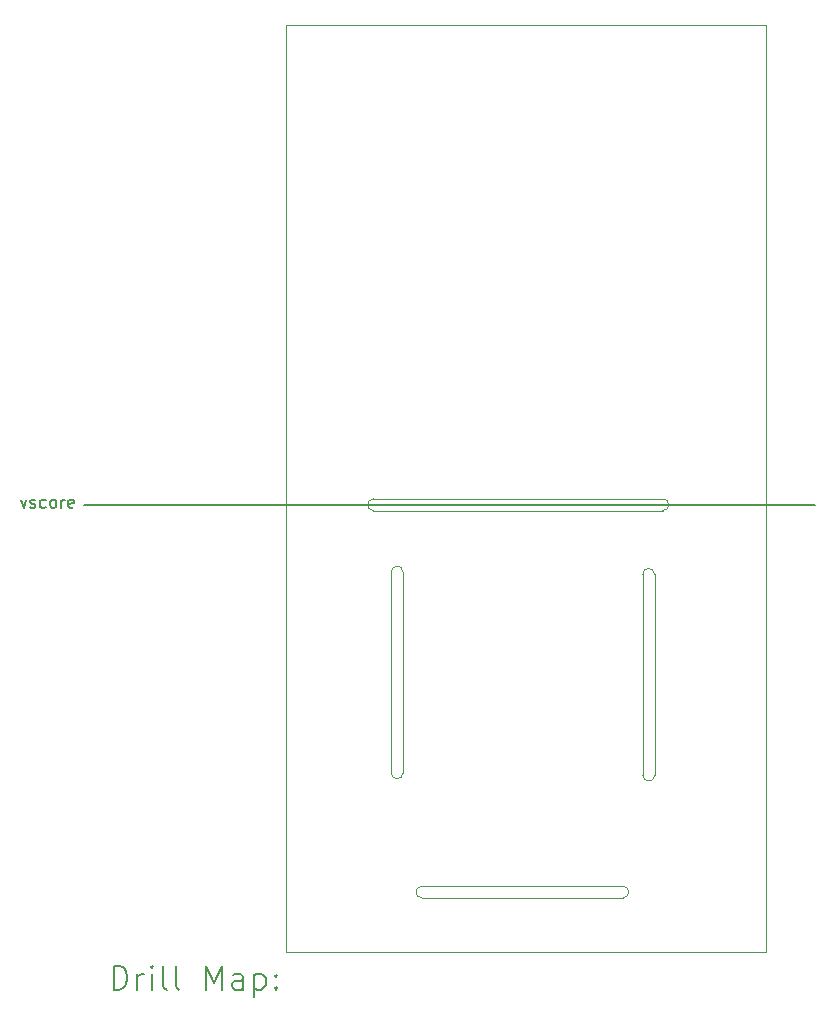
<source format=gbr>
%FSLAX45Y45*%
G04 Gerber Fmt 4.5, Leading zero omitted, Abs format (unit mm)*
G04 Created by KiCad (PCBNEW (6.0.5)) date 2022-06-13 12:49:53*
%MOMM*%
%LPD*%
G01*
G04 APERTURE LIST*
%TA.AperFunction,Profile*%
%ADD10C,0.100000*%
%TD*%
%ADD11C,0.150000*%
%TA.AperFunction,Profile*%
%ADD12C,0.150000*%
%TD*%
%ADD13C,0.200000*%
G04 APERTURE END LIST*
D10*
X11260000Y-12460000D02*
G75*
G03*
X11260000Y-12360000I0J50000D01*
G01*
X9560000Y-12360000D02*
G75*
G03*
X9560000Y-12460000I0J-50000D01*
G01*
X9560000Y-12360000D02*
X11260000Y-12360000D01*
X11260000Y-12460000D02*
X9560000Y-12460000D01*
X11530000Y-9720000D02*
G75*
G03*
X11430000Y-9720000I-50000J0D01*
G01*
X11430000Y-11420000D02*
G75*
G03*
X11530000Y-11420000I50000J0D01*
G01*
X11430000Y-11420000D02*
X11430000Y-9720000D01*
X11530000Y-9720000D02*
X11530000Y-11420000D01*
X9400000Y-9700000D02*
G75*
G03*
X9300000Y-9700000I-50000J0D01*
G01*
X9300000Y-11400000D02*
X9300000Y-9700000D01*
X9400000Y-9700000D02*
X9400000Y-11400000D01*
X9300000Y-11400000D02*
G75*
G03*
X9400000Y-11400000I50000J0D01*
G01*
X9150000Y-9080000D02*
G75*
G03*
X9150000Y-9180000I0J-50000D01*
G01*
X11600000Y-9180000D02*
G75*
G03*
X11600000Y-9080000I0J50000D01*
G01*
X11600000Y-9180000D02*
X9150000Y-9180000D01*
X9150000Y-9080000D02*
X11600000Y-9080000D01*
D11*
X6163809Y-9088571D02*
X6187619Y-9155238D01*
X6211428Y-9088571D01*
X6244762Y-9150476D02*
X6254286Y-9155238D01*
X6273333Y-9155238D01*
X6282857Y-9150476D01*
X6287619Y-9140952D01*
X6287619Y-9136190D01*
X6282857Y-9126667D01*
X6273333Y-9121905D01*
X6259048Y-9121905D01*
X6249524Y-9117143D01*
X6244762Y-9107619D01*
X6244762Y-9102857D01*
X6249524Y-9093333D01*
X6259048Y-9088571D01*
X6273333Y-9088571D01*
X6282857Y-9093333D01*
X6373333Y-9150476D02*
X6363809Y-9155238D01*
X6344762Y-9155238D01*
X6335238Y-9150476D01*
X6330476Y-9145714D01*
X6325714Y-9136190D01*
X6325714Y-9107619D01*
X6330476Y-9098095D01*
X6335238Y-9093333D01*
X6344762Y-9088571D01*
X6363809Y-9088571D01*
X6373333Y-9093333D01*
X6430476Y-9155238D02*
X6420952Y-9150476D01*
X6416190Y-9145714D01*
X6411428Y-9136190D01*
X6411428Y-9107619D01*
X6416190Y-9098095D01*
X6420952Y-9093333D01*
X6430476Y-9088571D01*
X6444762Y-9088571D01*
X6454286Y-9093333D01*
X6459048Y-9098095D01*
X6463809Y-9107619D01*
X6463809Y-9136190D01*
X6459048Y-9145714D01*
X6454286Y-9150476D01*
X6444762Y-9155238D01*
X6430476Y-9155238D01*
X6506667Y-9155238D02*
X6506667Y-9088571D01*
X6506667Y-9107619D02*
X6511428Y-9098095D01*
X6516190Y-9093333D01*
X6525714Y-9088571D01*
X6535238Y-9088571D01*
X6606667Y-9150476D02*
X6597143Y-9155238D01*
X6578095Y-9155238D01*
X6568571Y-9150476D01*
X6563809Y-9140952D01*
X6563809Y-9102857D01*
X6568571Y-9093333D01*
X6578095Y-9088571D01*
X6597143Y-9088571D01*
X6606667Y-9093333D01*
X6611428Y-9102857D01*
X6611428Y-9112381D01*
X6563809Y-9121905D01*
D12*
X12890000Y-9130000D02*
X6700000Y-9130000D01*
D10*
X8410000Y-5070000D02*
X12470000Y-5070000D01*
X12470000Y-5070000D02*
X12470000Y-12920000D01*
X12470000Y-12920000D02*
X8410000Y-12920000D01*
X8410000Y-12920000D02*
X8410000Y-5070000D01*
D13*
X6950119Y-13235476D02*
X6950119Y-13035476D01*
X6997738Y-13035476D01*
X7026309Y-13045000D01*
X7045357Y-13064048D01*
X7054881Y-13083095D01*
X7064405Y-13121190D01*
X7064405Y-13149762D01*
X7054881Y-13187857D01*
X7045357Y-13206905D01*
X7026309Y-13225952D01*
X6997738Y-13235476D01*
X6950119Y-13235476D01*
X7150119Y-13235476D02*
X7150119Y-13102143D01*
X7150119Y-13140238D02*
X7159643Y-13121190D01*
X7169167Y-13111667D01*
X7188214Y-13102143D01*
X7207262Y-13102143D01*
X7273928Y-13235476D02*
X7273928Y-13102143D01*
X7273928Y-13035476D02*
X7264405Y-13045000D01*
X7273928Y-13054524D01*
X7283452Y-13045000D01*
X7273928Y-13035476D01*
X7273928Y-13054524D01*
X7397738Y-13235476D02*
X7378690Y-13225952D01*
X7369167Y-13206905D01*
X7369167Y-13035476D01*
X7502500Y-13235476D02*
X7483452Y-13225952D01*
X7473928Y-13206905D01*
X7473928Y-13035476D01*
X7731071Y-13235476D02*
X7731071Y-13035476D01*
X7797738Y-13178333D01*
X7864405Y-13035476D01*
X7864405Y-13235476D01*
X8045357Y-13235476D02*
X8045357Y-13130714D01*
X8035833Y-13111667D01*
X8016786Y-13102143D01*
X7978690Y-13102143D01*
X7959643Y-13111667D01*
X8045357Y-13225952D02*
X8026309Y-13235476D01*
X7978690Y-13235476D01*
X7959643Y-13225952D01*
X7950119Y-13206905D01*
X7950119Y-13187857D01*
X7959643Y-13168809D01*
X7978690Y-13159286D01*
X8026309Y-13159286D01*
X8045357Y-13149762D01*
X8140595Y-13102143D02*
X8140595Y-13302143D01*
X8140595Y-13111667D02*
X8159643Y-13102143D01*
X8197738Y-13102143D01*
X8216786Y-13111667D01*
X8226309Y-13121190D01*
X8235833Y-13140238D01*
X8235833Y-13197381D01*
X8226309Y-13216428D01*
X8216786Y-13225952D01*
X8197738Y-13235476D01*
X8159643Y-13235476D01*
X8140595Y-13225952D01*
X8321548Y-13216428D02*
X8331071Y-13225952D01*
X8321548Y-13235476D01*
X8312024Y-13225952D01*
X8321548Y-13216428D01*
X8321548Y-13235476D01*
X8321548Y-13111667D02*
X8331071Y-13121190D01*
X8321548Y-13130714D01*
X8312024Y-13121190D01*
X8321548Y-13111667D01*
X8321548Y-13130714D01*
M02*

</source>
